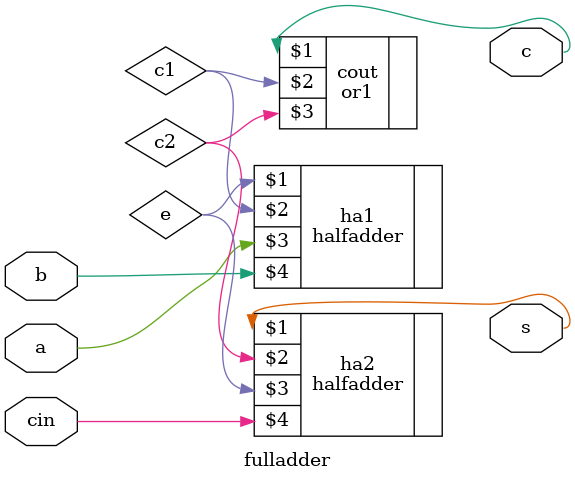
<source format=v>
`include "Hadif_B190513CS_Q01.v"

module fulladder(output s, c, input a, b, cin);
  wire e, c1, c2;
  halfadder ha1(e, c1, a, b);
  halfadder ha2(s, c2, e, cin);
  or1 cout(c, c1, c2);
endmodule

</source>
